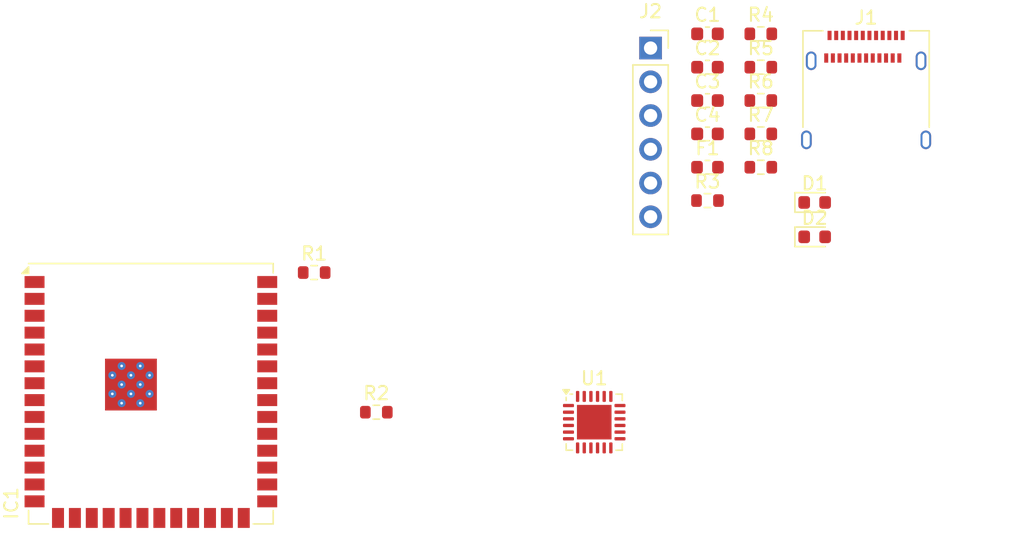
<source format=kicad_pcb>
(kicad_pcb (version 20240108) (generator "pcbnew") (generator_version "8.0")
  (layers (0 "F.Cu" signal) (31 "B.Cu" signal) (34 "B.Paste" user) (35 "F.Paste" user) (36 "B.SilkS" user "B.Silkscreen") (37 "F.SilkS" user "F.Silkscreen") (38 "B.Mask" user) (39 "F.Mask" user) (44 "Edge.Cuts" user))
  (net 0 "")
  (net 3 "GND")
  (net 4 "/en")
  (net 8 "/RX0")
  (net 26 "+3.3V")
  (net 33 "/io0")
  (net 38 "/TX0")
  (net 40 "/TXD")
  (net 41 "/RXD")
  (net 53 "+3V3")
  (net 54 "Net-(D1-K)")
  (net 55 "Net-(D1-A)")
  (net 56 "Net-(D2-A)")
  (net 57 "V_USB")
  (net 58 "/D-")
  (net 59 "/D+")
  (net 60 "/DTR")
  (net 62 "Net-(U1-~{RST})")
  (net 63 "Net-(U1-~{SUSPEND})")
  (net 64 "Net-(U1-VBUS)")
  (net 65 "/RTS")
  (net 66 "/CC1")
  (net 67 "/CC2")
  (footprint "Fuse:Fuse_0603_1608Metric" (layer "F.Cu") (at 144.58 58.56)
    (property "Reference" "F1" (at 0 -1.43 0) (layer "F.SilkS"))
    (property "Value" "5V/3A")
    (fp_line (start -0.162779 -0.51) (end 0.162779 -0.51) (stroke (width 0.12)) (layer "F.SilkS"))
    (fp_line (start -0.162779 0.51) (end 0.162779 0.51) (stroke (width 0.12)) (layer "F.SilkS"))
    (pad "1" smd roundrect (at -0.7875 0) (size 0.875 0.95) (layers "F.Cu" "F.Paste" "F.Mask") (net 57 "V_USB"))
    (pad "2" smd roundrect (at 0.7875 0) (size 0.875 0.95) (layers "F.Cu" "F.Paste" "F.Mask") (net 54 "Net-(D1-K)"))
  )
  (footprint "Diode_SMD:D_0603_1608Metric" (layer "F.Cu") (at 152.64 61.21)
    (property "Reference" "D1" (at 0 -1.43 0) (layer "F.SilkS"))
    (property "Value" "D")
    (fp_line (start -1.485 -0.735) (end -1.485 0.735) (stroke (width 0.12)) (layer "F.SilkS"))
    (fp_line (start -1.485 0.735) (end 0.8 0.735) (stroke (width 0.12)) (layer "F.SilkS"))
    (fp_line (start 0.8 -0.735) (end -1.485 -0.735) (stroke (width 0.12)) (layer "F.SilkS"))
    (pad "1" smd roundrect (at -0.7875 0) (size 0.875 0.95) (layers "F.Cu" "F.Paste" "F.Mask") (net 54 "Net-(D1-K)"))
    (pad "2" smd roundrect (at 0.7875 0) (size 0.875 0.95) (layers "F.Cu" "F.Paste" "F.Mask") (net 55 "Net-(D1-A)"))
  )
  (footprint "Resistor_SMD:R_0603_1608Metric" (layer "F.Cu") (at 148.59 53.54)
    (property "Reference" "R6" (at 0 -1.43 0) (layer "F.SilkS"))
    (property "Value" "5.1k")
    (fp_line (start -0.237258 -0.5225) (end 0.237258 -0.5225) (stroke (width 0.12)) (layer "F.SilkS"))
    (fp_line (start -0.237258 0.5225) (end 0.237258 0.5225) (stroke (width 0.12)) (layer "F.SilkS"))
    (pad "1" smd roundrect (at -0.825 0) (size 0.8 0.95) (layers "F.Cu" "F.Paste" "F.Mask") (net 67 "/CC2"))
    (pad "2" smd roundrect (at 0.825 0) (size 0.8 0.95) (layers "F.Cu" "F.Paste" "F.Mask") (net 3 "GND"))
  )
  (footprint "Capacitor_SMD:C_0603_1608Metric" (layer "F.Cu") (at 144.58 51.03)
    (property "Reference" "C2" (at 0 -1.43 0) (layer "F.SilkS"))
    (property "Value" "47uF")
    (fp_line (start -0.14058 -0.51) (end 0.14058 -0.51) (stroke (width 0.12)) (layer "F.SilkS"))
    (fp_line (start -0.14058 0.51) (end 0.14058 0.51) (stroke (width 0.12)) (layer "F.SilkS"))
    (pad "1" smd roundrect (at -0.775 0) (size 0.9 0.95) (layers "F.Cu" "F.Paste" "F.Mask") (net 53 "+3V3"))
    (pad "2" smd roundrect (at 0.775 0) (size 0.9 0.95) (layers "F.Cu" "F.Paste" "F.Mask") (net 3 "GND"))
  )
  (footprint "Capacitor_SMD:C_0603_1608Metric" (layer "F.Cu") (at 144.58 56.05)
    (property "Reference" "C4" (at 0 -1.43 0) (layer "F.SilkS"))
    (property "Value" ".1uF")
    (fp_line (start -0.14058 -0.51) (end 0.14058 -0.51) (stroke (width 0.12)) (layer "F.SilkS"))
    (fp_line (start -0.14058 0.51) (end 0.14058 0.51) (stroke (width 0.12)) (layer "F.SilkS"))
    (pad "1" smd roundrect (at -0.775 0) (size 0.9 0.95) (layers "F.Cu" "F.Paste" "F.Mask") (net 40 "/TXD"))
    (pad "2" smd roundrect (at 0.775 0) (size 0.9 0.95) (layers "F.Cu" "F.Paste" "F.Mask") (net 3 "GND"))
  )
  (footprint "Resistor_SMD:R_0603_1608Metric" (layer "F.Cu") (at 148.59 48.52)
    (property "Reference" "R4" (at 0 -1.43 0) (layer "F.SilkS"))
    (property "Value" "1k")
    (fp_line (start -0.237258 -0.5225) (end 0.237258 -0.5225) (stroke (width 0.12)) (layer "F.SilkS"))
    (fp_line (start -0.237258 0.5225) (end 0.237258 0.5225) (stroke (width 0.12)) (layer "F.SilkS"))
    (pad "1" smd roundrect (at -0.825 0) (size 0.8 0.95) (layers "F.Cu" "F.Paste" "F.Mask") (net 63 "Net-(U1-~{SUSPEND})"))
    (pad "2" smd roundrect (at 0.825 0) (size 0.8 0.95) (layers "F.Cu" "F.Paste" "F.Mask") (net 3 "GND"))
  )
  (footprint "Capacitor_SMD:C_0603_1608Metric" (layer "F.Cu") (at 144.58 48.52)
    (property "Reference" "C1" (at 0 -1.43 0) (layer "F.SilkS"))
    (property "Value" ".1uF")
    (fp_line (start -0.14058 -0.51) (end 0.14058 -0.51) (stroke (width 0.12)) (layer "F.SilkS"))
    (fp_line (start -0.14058 0.51) (end 0.14058 0.51) (stroke (width 0.12)) (layer "F.SilkS"))
    (pad "1" smd roundrect (at -0.775 0) (size 0.9 0.95) (layers "F.Cu" "F.Paste" "F.Mask") (net 53 "+3V3"))
    (pad "2" smd roundrect (at 0.775 0) (size 0.9 0.95) (layers "F.Cu" "F.Paste" "F.Mask") (net 3 "GND"))
  )
  (footprint "Resistor_SMD:R_0603_1608Metric" (layer "F.Cu") (at 148.59 51.03)
    (property "Reference" "R5" (at 0 -1.43 0) (layer "F.SilkS"))
    (property "Value" "5.1k")
    (fp_line (start -0.237258 -0.5225) (end 0.237258 -0.5225) (stroke (width 0.12)) (layer "F.SilkS"))
    (fp_line (start -0.237258 0.5225) (end 0.237258 0.5225) (stroke (width 0.12)) (layer "F.SilkS"))
    (pad "1" smd roundrect (at -0.825 0) (size 0.8 0.95) (layers "F.Cu" "F.Paste" "F.Mask") (net 66 "/CC1"))
    (pad "2" smd roundrect (at 0.825 0) (size 0.8 0.95) (layers "F.Cu" "F.Paste" "F.Mask") (net 3 "GND"))
  )
  (footprint "Connector_PinSocket_2.54mm:PinSocket_1x06_P2.54mm_Vertical" (layer "F.Cu") (at 140.3 49.59)
    (property "Reference" "J2" (at 0 -2.77 0) (layer "F.SilkS"))
    (property "Value" "Conn_01x06_Pin")
    (fp_line (start -1.33 1.27) (end -1.33 14.03) (stroke (width 0.12)) (layer "F.SilkS"))
    (fp_line (start -1.33 1.27) (end 1.33 1.27) (stroke (width 0.12)) (layer "F.SilkS"))
    (fp_line (start -1.33 14.03) (end 1.33 14.03) (stroke (width 0.12)) (layer "F.SilkS"))
    (fp_line (start 0 -1.33) (end 1.33 -1.33) (stroke (width 0.12)) (layer "F.SilkS"))
    (fp_line (start 1.33 -1.33) (end 1.33 0) (stroke (width 0.12)) (layer "F.SilkS"))
    (fp_line (start 1.33 1.27) (end 1.33 14.03) (stroke (width 0.12)) (layer "F.SilkS"))
    (pad "1" thru_hole rect (at 0 0) (size 1.7 1.7) (drill 1) (layers "*.Cu" "*.Mask") (net 3 "GND"))
    (pad "2" thru_hole oval (at 0 2.54) (size 1.7 1.7) (drill 1) (layers "*.Cu" "*.Mask"))
    (pad "3" thru_hole oval (at 0 5.08) (size 1.7 1.7) (drill 1) (layers "*.Cu" "*.Mask") (net 56 "Net-(D2-A)"))
    (pad "4" thru_hole oval (at 0 7.62) (size 1.7 1.7) (drill 1) (layers "*.Cu" "*.Mask") (net 38 "/TX0"))
    (pad "5" thru_hole oval (at 0 10.16) (size 1.7 1.7) (drill 1) (layers "*.Cu" "*.Mask") (net 8 "/RX0"))
    (pad "6" thru_hole oval (at 0 12.7) (size 1.7 1.7) (drill 1) (layers "*.Cu" "*.Mask") (net 60 "/DTR"))
  )
  (footprint "Resistor_SMD:R_0603_1608Metric" (layer "F.Cu") (at 148.59 56.05)
    (property "Reference" "R7" (at 0 -1.43 0) (layer "F.SilkS"))
    (property "Value" "47.5k")
    (fp_line (start -0.237258 -0.5225) (end 0.237258 -0.5225) (stroke (width 0.12)) (layer "F.SilkS"))
    (fp_line (start -0.237258 0.5225) (end 0.237258 0.5225) (stroke (width 0.12)) (layer "F.SilkS"))
    (pad "1" smd roundrect (at -0.825 0) (size 0.8 0.95) (layers "F.Cu" "F.Paste" "F.Mask") (net 57 "V_USB"))
    (pad "2" smd roundrect (at 0.825 0) (size 0.8 0.95) (layers "F.Cu" "F.Paste" "F.Mask") (net 64 "Net-(U1-VBUS)"))
  )
  (footprint "Resistor_SMD:R_0603_1608Metric" (layer "F.Cu") (at 119.675 77)
    (property "Reference" "R2" (at 0 -1.43 0) (layer "F.SilkS"))
    (property "Value" "0")
    (fp_line (start -0.237258 -0.5225) (end 0.237258 -0.5225) (stroke (width 0.12)) (layer "F.SilkS"))
    (fp_line (start -0.237258 0.5225) (end 0.237258 0.5225) (stroke (width 0.12)) (layer "F.SilkS"))
    (pad "1" smd roundrect (at -0.825 0) (size 0.8 0.95) (layers "F.Cu" "F.Paste" "F.Mask") (net 38 "/TX0"))
    (pad "2" smd roundrect (at 0.825 0) (size 0.8 0.95) (layers "F.Cu" "F.Paste" "F.Mask") (net 41 "/RXD"))
  )
  (footprint "Package_DFN_QFN:QFN-24-1EP_4x4mm_P0.5mm_EP2.6x2.6mm" (layer "F.Cu") (at 136.0625 77.75)
    (property "Reference" "U1" (at 0 -3.3 0) (layer "F.SilkS"))
    (property "Value" "CP2102N-Axx-xQFN24")
    (fp_line (start -2.11 -1.635) (end -2.11 -1.87) (stroke (width 0.12)) (layer "F.SilkS"))
    (fp_line (start -2.11 2.11) (end -2.11 1.635) (stroke (width 0.12)) (layer "F.SilkS"))
    (fp_line (start -1.635 -2.11) (end -1.81 -2.11) (stroke (width 0.12)) (layer "F.SilkS"))
    (fp_line (start -1.635 2.11) (end -2.11 2.11) (stroke (width 0.12)) (layer "F.SilkS"))
    (fp_line (start 1.635 -2.11) (end 2.11 -2.11) (stroke (width 0.12)) (layer "F.SilkS"))
    (fp_line (start 1.635 2.11) (end 2.11 2.11) (stroke (width 0.12)) (layer "F.SilkS"))
    (fp_line (start 2.11 -2.11) (end 2.11 -1.635) (stroke (width 0.12)) (layer "F.SilkS"))
    (fp_line (start 2.11 2.11) (end 2.11 1.635) (stroke (width 0.12)) (layer "F.SilkS"))
    (fp_poly (pts (xy -2.11 -2.11) (xy -2.35 -2.44) (xy -1.87 -2.44) (xy -2.11 -2.11)) (stroke (width 0.12)) (fill solid) (layer "F.SilkS"))
    (pad "1" smd roundrect (at -1.9375 -1.25) (size 0.825 0.25) (layers "F.Cu" "F.Paste" "F.Mask"))
    (pad "2" smd roundrect (at -1.9375 -0.75) (size 0.825 0.25) (layers "F.Cu" "F.Paste" "F.Mask") (net 3 "GND"))
    (pad "3" smd roundrect (at -1.9375 -0.25) (size 0.825 0.25) (layers "F.Cu" "F.Paste" "F.Mask") (net 59 "/D+"))
    (pad "4" smd roundrect (at -1.9375 0.25) (size 0.825 0.25) (layers "F.Cu" "F.Paste" "F.Mask") (net 58 "/D-"))
    (pad "5" smd roundrect (at -1.9375 0.75) (size 0.825 0.25) (layers "F.Cu" "F.Paste" "F.Mask") (net 53 "+3V3"))
    (pad "6" smd roundrect (at -1.9375 1.25) (size 0.825 0.25) (layers "F.Cu" "F.Paste" "F.Mask") (net 53 "+3V3"))
    (pad "7" smd roundrect (at -1.25 1.9375) (size 0.25 0.825) (layers "F.Cu" "F.Paste" "F.Mask") (net 53 "+3V3"))
    (pad "8" smd roundrect (at -0.75 1.9375) (size 0.25 0.825) (layers "F.Cu" "F.Paste" "F.Mask") (net 64 "Net-(U1-VBUS)"))
    (pad "9" smd roundrect (at -0.25 1.9375) (size 0.25 0.825) (layers "F.Cu" "F.Paste" "F.Mask") (net 62 "Net-(U1-~{RST})"))
    (pad "10" smd roundrect (at 0.25 1.9375) (size 0.25 0.825) (layers "F.Cu" "F.Paste" "F.Mask"))
    (pad "11" smd roundrect (at 0.75 1.9375) (size 0.25 0.825) (layers "F.Cu" "F.Paste" "F.Mask"))
    (pad "12" smd roundrect (at 1.25 1.9375) (size 0.25 0.825) (layers "F.Cu" "F.Paste" "F.Mask"))
    (pad "13" smd roundrect (at 1.9375 1.25) (size 0.825 0.25) (layers "F.Cu" "F.Paste" "F.Mask"))
    (pad "14" smd roundrect (at 1.9375 0.75) (size 0.825 0.25) (layers "F.Cu" "F.Paste" "F.Mask"))
    (pad "15" smd roundrect (at 1.9375 0.25) (size 0.825 0.25) (layers "F.Cu" "F.Paste" "F.Mask") (net 63 "Net-(U1-~{SUSPEND})"))
    (pad "16" smd roundrect (at 1.9375 -0.25) (size 0.825 0.25) (layers "F.Cu" "F.Paste" "F.Mask"))
    (pad "17" smd roundrect (at 1.9375 -0.75) (size 0.825 0.25) (layers "F.Cu" "F.Paste" "F.Mask"))
    (pad "18" smd roundrect (at 1.9375 -1.25) (size 0.825 0.25) (layers "F.Cu" "F.Paste" "F.Mask"))
    (pad "19" smd roundrect (at 1.25 -1.9375) (size 0.25 0.825) (layers "F.Cu" "F.Paste" "F.Mask") (net 65 "/RTS"))
    (pad "20" smd roundrect (at 0.75 -1.9375) (size 0.25 0.825) (layers "F.Cu" "F.Paste" "F.Mask") (net 41 "/RXD"))
    (pad "21" smd roundrect (at 0.25 -1.9375) (size 0.25 0.825) (layers "F.Cu" "F.Paste" "F.Mask") (net 40 "/TXD"))
    (pad "22" smd roundrect (at -0.25 -1.9375) (size 0.25 0.825) (layers "F.Cu" "F.Paste" "F.Mask"))
    (pad "23" smd roundrect (at -0.75 -1.9375) (size 0.25 0.825) (layers "F.Cu" "F.Paste" "F.Mask") (net 60 "/DTR"))
    (pad "24" smd roundrect (at -1.25 -1.9375) (size 0.25 0.825) (layers "F.Cu" "F.Paste" "F.Mask"))
    (pad "25" smd rect (at 0 0) (size 2.6 2.6) (property pad_prop_heatsink) (layers "F.Cu" "F.Mask") (net 3 "GND"))
  )
  (footprint "Resistor_SMD:R_0603_1608Metric" (layer "F.Cu") (at 148.59 58.56)
    (property "Reference" "R8" (at 0 -1.43 0) (layer "F.SilkS"))
    (property "Value" "22.1k")
    (fp_line (start -0.237258 -0.5225) (end 0.237258 -0.5225) (stroke (width 0.12)) (layer "F.SilkS"))
    (fp_line (start -0.237258 0.5225) (end 0.237258 0.5225) (stroke (width 0.12)) (layer "F.SilkS"))
    (pad "1" smd roundrect (at -0.825 0) (size 0.8 0.95) (layers "F.Cu" "F.Paste" "F.Mask") (net 64 "Net-(U1-VBUS)"))
    (pad "2" smd roundrect (at 0.825 0) (size 0.8 0.95) (layers "F.Cu" "F.Paste" "F.Mask") (net 3 "GND"))
  )
  (footprint "Capacitor_SMD:C_0603_1608Metric" (layer "F.Cu") (at 144.58 53.54)
    (property "Reference" "C3" (at 0 -1.43 0) (layer "F.SilkS"))
    (property "Value" ".1uF")
    (fp_line (start -0.14058 -0.51) (end 0.14058 -0.51) (stroke (width 0.12)) (layer "F.SilkS"))
    (fp_line (start -0.14058 0.51) (end 0.14058 0.51) (stroke (width 0.12)) (layer "F.SilkS"))
    (pad "1" smd roundrect (at -0.775 0) (size 0.9 0.95) (layers "F.Cu" "F.Paste" "F.Mask") (net 38 "/TX0"))
    (pad "2" smd roundrect (at 0.775 0) (size 0.9 0.95) (layers "F.Cu" "F.Paste" "F.Mask") (net 3 "GND"))
  )
  (footprint "Resistor_SMD:R_0603_1608Metric" (layer "F.Cu") (at 115 66.49)
    (property "Reference" "R1" (at 0 -1.43 0) (layer "F.SilkS"))
    (property "Value" "0")
    (fp_line (start -0.237258 -0.5225) (end 0.237258 -0.5225) (stroke (width 0.12)) (layer "F.SilkS"))
    (fp_line (start -0.237258 0.5225) (end 0.237258 0.5225) (stroke (width 0.12)) (layer "F.SilkS"))
    (pad "1" smd roundrect (at -0.825 0) (size 0.8 0.95) (layers "F.Cu" "F.Paste" "F.Mask") (net 8 "/RX0"))
    (pad "2" smd roundrect (at 0.825 0) (size 0.8 0.95) (layers "F.Cu" "F.Paste" "F.Mask") (net 40 "/TXD"))
  )
  (footprint "RF_Module:ESP32-S3-WROOM-1U" (layer "F.Cu") (at 102.72 75.61)
    (property "Reference" "IC1" (at -10.5 8.25 90) (layer "F.SilkS"))
    (property "Value" "ESP32-S3-WROOM-1U-N16")
    (fp_line (start -9.2 -9.8) (end 9.2 -9.8) (stroke (width 0.12)) (layer "F.SilkS"))
    (fp_line (start -9.2 8.8) (end -9.2 9.8) (stroke (width 0.12)) (layer "F.SilkS"))
    (fp_line (start -9.2 9.8) (end -7.7 9.8) (stroke (width 0.12)) (layer "F.SilkS"))
    (fp_line (start 9.2 -9.8) (end 9.2 -9.1) (stroke (width 0.12)) (layer "F.SilkS"))
    (fp_line (start 9.2 9.8) (end 7.7 9.8) (stroke (width 0.12)) (layer "F.SilkS"))
    (fp_line (start 9.2 9.8) (end 9.2 8.8) (stroke (width 0.12)) (layer "F.SilkS"))
    (fp_poly (pts (xy -9.2 -9.05) (xy -9.7 -9.05) (xy -9.2 -9.55) (xy -9.2 -9.05)) (stroke (width 0.12)) (fill solid) (layer "F.SilkS"))
    (pad "1" smd rect (at -8.75 -8.41) (size 1.5 0.9) (layers "F.Cu" "F.Paste" "F.Mask") (net 3 "GND"))
    (pad "2" smd rect (at -8.75 -7.14) (size 1.5 0.9) (layers "F.Cu" "F.Paste" "F.Mask") (net 26 "+3.3V"))
    (pad "3" smd rect (at -8.75 -5.87) (size 1.5 0.9) (layers "F.Cu" "F.Paste" "F.Mask") (net 4 "/en"))
    (pad "4" smd rect (at -8.75 -4.6) (size 1.5 0.9) (layers "F.Cu" "F.Paste" "F.Mask"))
    (pad "5" smd rect (at -8.75 -3.33) (size 1.5 0.9) (layers "F.Cu" "F.Paste" "F.Mask"))
    (pad "6" smd rect (at -8.75 -2.06) (size 1.5 0.9) (layers "F.Cu" "F.Paste" "F.Mask"))
    (pad "7" smd rect (at -8.75 -0.79) (size 1.5 0.9) (layers "F.Cu" "F.Paste" "F.Mask"))
    (pad "8" smd rect (at -8.75 0.48) (size 1.5 0.9) (layers "F.Cu" "F.Paste" "F.Mask"))
    (pad "9" smd rect (at -8.75 1.75) (size 1.5 0.9) (layers "F.Cu" "F.Paste" "F.Mask"))
    (pad "10" smd rect (at -8.75 3.02) (size 1.5 0.9) (layers "F.Cu" "F.Paste" "F.Mask"))
    (pad "11" smd rect (at -8.75 4.29) (size 1.5 0.9) (layers "F.Cu" "F.Paste" "F.Mask"))
    (pad "12" smd rect (at -8.75 5.56) (size 1.5 0.9) (layers "F.Cu" "F.Paste" "F.Mask"))
    (pad "13" smd rect (at -8.75 6.83) (size 1.5 0.9) (layers "F.Cu" "F.Paste" "F.Mask"))
    (pad "14" smd rect (at -8.75 8.1 180) (size 1.5 0.9) (layers "F.Cu" "F.Paste" "F.Mask"))
    (pad "15" smd rect (at -6.985 9.35 270) (size 1.5 0.9) (layers "F.Cu" "F.Paste" "F.Mask"))
    (pad "16" smd rect (at -5.715 9.35 270) (size 1.5 0.9) (layers "F.Cu" "F.Paste" "F.Mask"))
    (pad "17" smd rect (at -4.445 9.35 270) (size 1.5 0.9) (layers "F.Cu" "F.Paste" "F.Mask"))
    (pad "18" smd rect (at -3.175 9.35 270) (size 1.5 0.9) (layers "F.Cu" "F.Paste" "F.Mask"))
    (pad "19" smd rect (at -1.905 9.35 270) (size 1.5 0.9) (layers "F.Cu" "F.Paste" "F.Mask"))
    (pad "20" smd rect (at -0.635 9.35 270) (size 1.5 0.9) (layers "F.Cu" "F.Paste" "F.Mask"))
    (pad "21" smd rect (at 0.635 9.35 270) (size 1.5 0.9) (layers "F.Cu" "F.Paste" "F.Mask"))
    (pad "22" smd rect (at 1.905 9.35 270) (size 1.5 0.9) (layers "F.Cu" "F.Paste" "F.Mask"))
    (pad "23" smd rect (at 3.175 9.35 270) (size 1.5 0.9) (layers "F.Cu" "F.Paste" "F.Mask"))
    (pad "24" smd rect (at 4.445 9.35 270) (size 1.5 0.9) (layers "F.Cu" "F.Paste" "F.Mask"))
    (pad "25" smd rect (at 5.715 9.35 270) (size 1.5 0.9) (layers "F.Cu" "F.Paste" "F.Mask"))
    (pad "26" smd rect (at 6.985 9.35 270) (size 1.5 0.9) (layers "F.Cu" "F.Paste" "F.Mask"))
    (pad "27" smd rect (at 8.75 8.1) (size 1.5 0.9) (layers "F.Cu" "F.Paste" "F.Mask") (net 33 "/io0"))
    (pad "28" smd rect (at 8.75 6.83) (size 1.5 0.9) (layers "F.Cu" "F.Paste" "F.Mask"))
    (pad "29" smd rect (at 8.75 5.56) (size 1.5 0.9) (layers "F.Cu" "F.Paste" "F.Mask"))
    (pad "30" smd rect (at 8.75 4.29) (size 1.5 0.9) (layers "F.Cu" "F.Paste" "F.Mask"))
    (pad "31" smd rect (at 8.75 3.02) (size 1.5 0.9) (layers "F.Cu" "F.Paste" "F.Mask"))
    (pad "32" smd rect (at 8.75 1.75) (size 1.5 0.9) (layers "F.Cu" "F.Paste" "F.Mask"))
    (pad "33" smd rect (at 8.75 0.48) (size 1.5 0.9) (layers "F.Cu" "F.Paste" "F.Mask"))
    (pad "34" smd rect (at 8.75 -0.79) (size 1.5 0.9) (layers "F.Cu" "F.Paste" "F.Mask"))
    (pad "35" smd rect (at 8.75 -2.06) (size 1.5 0.9) (layers "F.Cu" "F.Paste" "F.Mask"))
    (pad "36" smd rect (at 8.75 -3.33) (size 1.5 0.9) (layers "F.Cu" "F.Paste" "F.Mask") (net 8 "/RX0"))
    (pad "37" smd rect (at 8.75 -4.6) (size 1.5 0.9) (layers "F.Cu" "F.Paste" "F.Mask") (net 38 "/TX0"))
    (pad "38" smd rect (at 8.75 -5.87) (size 1.5 0.9) (layers "F.Cu" "F.Paste" "F.Mask"))
    (pad "39" smd rect (at 8.75 -7.14) (size 1.5 0.9) (layers "F.Cu" "F.Paste" "F.Mask"))
    (pad "40" smd rect (at 8.75 -8.41) (size 1.5 0.9) (layers "F.Cu" "F.Paste" "F.Mask") (net 3 "GND"))
    (pad "41" thru_hole circle (at -2.9 -1.39) (size 0.6 0.6) (drill 0.2) (property pad_prop_heatsink) (layers "*.Cu" "F.Mask") (net 3 "GND"))
    (pad "41" thru_hole circle (at -2.9 0.01) (size 0.6 0.6) (drill 0.2) (property pad_prop_heatsink) (layers "*.Cu" "F.Mask") (net 3 "GND"))
    (pad "41" thru_hole circle (at -2.2 -2.09) (size 0.6 0.6) (drill 0.2) (property pad_prop_heatsink) (layers "*.Cu" "F.Mask") (net 3 "GND"))
    (pad "41" thru_hole circle (at -2.2 -0.69) (size 0.6 0.6) (drill 0.2) (property pad_prop_heatsink) (layers "*.Cu" "F.Mask") (net 3 "GND"))
    (pad "41" thru_hole circle (at -2.2 0.71) (size 0.6 0.6) (drill 0.2) (property pad_prop_heatsink) (layers "*.Cu" "F.Mask") (net 3 "GND"))
    (pad "41" thru_hole circle (at -1.5 -1.39) (size 0.6 0.6) (drill 0.2) (property pad_prop_heatsink) (layers "*.Cu" "F.Mask") (net 3 "GND"))
    (pad "41" smd rect (at -1.5 -0.69) (size 3.9 3.9) (layers "F.Cu" "F.Mask") (net 3 "GND"))
    (pad "41" thru_hole circle (at -1.5 0.01) (size 0.6 0.6) (drill 0.2) (property pad_prop_heatsink) (layers "*.Cu" "F.Mask") (net 3 "GND"))
    (pad "41" thru_hole circle (at -0.8 -2.09) (size 0.6 0.6) (drill 0.2) (property pad_prop_heatsink) (layers "*.Cu" "F.Mask") (net 3 "GND"))
    (pad "41" thru_hole circle (at -0.8 -0.69) (size 0.6 0.6) (drill 0.2) (property pad_prop_heatsink) (layers "*.Cu" "F.Mask") (net 3 "GND"))
    (pad "41" thru_hole circle (at -0.8 0.71) (size 0.6 0.6) (drill 0.2) (property pad_prop_heatsink) (layers "*.Cu" "F.Mask") (net 3 "GND"))
    (pad "41" thru_hole circle (at -0.1 -1.39) (size 0.6 0.6) (drill 0.2) (property pad_prop_heatsink) (layers "*.Cu" "F.Mask") (net 3 "GND"))
    (pad "41" thru_hole circle (at -0.1 0.01) (size 0.6 0.6) (drill 0.2) (property pad_prop_heatsink) (layers "*.Cu" "F.Mask") (net 3 "GND"))
  )
  (footprint "Connector_USB:USB_C_Receptacle_Amphenol_12401610E4-2A" (layer "F.Cu") (at 156.51 53.66)
    (property "Reference" "J1" (at 0 -6.36 0) (layer "F.SilkS"))
    (property "Value" "USB_C_Receptacle_USB2.0_14P")
    (fp_line (start -4.75 -5.37) (end -4.75 1.89) (stroke (width 0.12)) (layer "F.SilkS"))
    (fp_line (start -4.75 -5.37) (end -3.25 -5.37) (stroke (width 0.12)) (layer "F.SilkS"))
    (fp_line (start 3.25 -5.37) (end 4.75 -5.37) (stroke (width 0.12)) (layer "F.SilkS"))
    (fp_line (start 4.75 -5.37) (end 4.75 1.89) (stroke (width 0.12)) (layer "F.SilkS"))
    (pad "" np_thru_hole circle (at -3.6 -4.36) (size 0.65 0.65) (drill 0.65) (layers "*.Cu" "*.Mask"))
    (pad "" np_thru_hole oval (at 3.6 -4.36) (size 0.95 0.65) (drill oval 0.95 0.65) (layers "*.Cu" "*.Mask"))
    (pad "A1" smd rect (at -2.75 -5.02) (size 0.3 0.7) (layers "F.Cu" "F.Paste" "F.Mask") (net 3 "GND"))
    (pad "A2" smd rect (at -2.25 -5.02) (size 0.3 0.7) (layers "F.Cu" "F.Paste" "F.Mask"))
    (pad "A3" smd rect (at -1.75 -5.02) (size 0.3 0.7) (layers "F.Cu" "F.Paste" "F.Mask"))
    (pad "A4" smd rect (at -1.25 -5.02) (size 0.3 0.7) (layers "F.Cu" "F.Paste" "F.Mask") (net 55 "Net-(D1-A)"))
    (pad "A5" smd rect (at -0.75 -5.02) (size 0.3 0.7) (layers "F.Cu" "F.Paste" "F.Mask") (net 66 "/CC1"))
    (pad "A6" smd rect (at -0.25 -5.02) (size 0.3 0.7) (layers "F.Cu" "F.Paste" "F.Mask") (net 58 "/D-"))
    (pad "A7" smd rect (at 0.25 -5.02) (size 0.3 0.7) (layers "F.Cu" "F.Paste" "F.Mask") (net 59 "/D+"))
    (pad "A8" smd rect (at 0.75 -5.02) (size 0.3 0.7) (layers "F.Cu" "F.Paste" "F.Mask"))
    (pad "A9" smd rect (at 1.25 -5.02) (size 0.3 0.7) (layers "F.Cu" "F.Paste" "F.Mask") (net 55 "Net-(D1-A)"))
    (pad "A10" smd rect (at 1.75 -5.02) (size 0.3 0.7) (layers "F.Cu" "F.Paste" "F.Mask"))
    (pad "A11" smd rect (at 2.25 -5.02) (size 0.3 0.7) (layers "F.Cu" "F.Paste" "F.Mask"))
    (pad "A12" smd rect (at 2.75 -5.02) (size 0.3 0.7) (layers "F.Cu" "F.Paste" "F.Mask") (net 3 "GND"))
    (pad "B1" smd rect (at 2.5 -3.32) (size 0.3 0.7) (layers "F.Cu" "F.Paste" "F.Mask") (net 3 "GND"))
    (pad "B2" smd rect (at 2 -3.32) (size 0.3 0.7) (layers "F.Cu" "F.Paste" "F.Mask"))
    (pad "B3" smd rect (at 1.5 -3.32) (size 0.3 0.7) (layers "F.Cu" "F.Paste" "F.Mask"))
    (pad "B4" smd rect (at 1 -3.32) (size 0.3 0.7) (layers "F.Cu" "F.Paste" "F.Mask") (net 55 "Net-(D1-A)"))
    (pad "B5" smd rect (at 0.5 -3.32) (size 0.3 0.7) (layers "F.Cu" "F.Paste" "F.Mask") (net 67 "/CC2"))
    (pad "B6" smd rect (at 0 -3.32) (size 0.3 0.7) (layers "F.Cu" "F.Paste" "F.Mask") (net 58 "/D-"))
    (pad "B7" smd rect (at -0.5 -3.32) (size 0.3 0.7) (layers "F.Cu" "F.Paste" "F.Mask") (net 59 "/D+"))
    (pad "B8" smd rect (at -1 -3.32) (size 0.3 0.7) (layers "F.Cu" "F.Paste" "F.Mask"))
    (pad "B9" smd rect (at -1.5 -3.32) (size 0.3 0.7) (layers "F.Cu" "F.Paste" "F.Mask") (net 55 "Net-(D1-A)"))
    (pad "B10" smd rect (at -2 -3.32) (size 0.3 0.7) (layers "F.Cu" "F.Paste" "F.Mask"))
    (pad "B11" smd rect (at -2.5 -3.32) (size 0.3 0.7) (layers "F.Cu" "F.Paste" "F.Mask"))
    (pad "B12" smd rect (at -3 -3.32) (size 0.3 0.7) (layers "F.Cu" "F.Paste" "F.Mask") (net 3 "GND"))
    (pad "S1" thru_hole oval (at -4.49 2.84) (size 0.8 1.4) (drill oval 0.5 1.1) (layers "*.Cu" "*.Mask") (net 3 "GND"))
    (pad "S1" thru_hole oval (at -4.13 -3.11) (size 0.8 1.4) (drill oval 0.5 1.1) (layers "*.Cu" "*.Mask") (net 3 "GND"))
    (pad "S1" thru_hole oval (at 4.13 -3.11) (size 0.8 1.4) (drill oval 0.5 1.1) (layers "*.Cu" "*.Mask") (net 3 "GND"))
    (pad "S1" thru_hole oval (at 4.49 2.84) (size 0.8 1.4) (drill oval 0.5 1.1) (layers "*.Cu" "*.Mask") (net 3 "GND"))
  )
  (footprint "Resistor_SMD:R_0603_1608Metric" (layer "F.Cu") (at 144.58 61.07)
    (property "Reference" "R3" (at 0 -1.43 0) (layer "F.SilkS"))
    (property "Value" "1k")
    (fp_line (start -0.237258 -0.5225) (end 0.237258 -0.5225) (stroke (width 0.12)) (layer "F.SilkS"))
    (fp_line (start -0.237258 0.5225) (end 0.237258 0.5225) (stroke (width 0.12)) (layer "F.SilkS"))
    (pad "1" smd roundrect (at -0.825 0) (size 0.8 0.95) (layers "F.Cu" "F.Paste" "F.Mask") (net 62 "Net-(U1-~{RST})"))
    (pad "2" smd roundrect (at 0.825 0) (size 0.8 0.95) (layers "F.Cu" "F.Paste" "F.Mask") (net 53 "+3V3"))
  )
  (footprint "Diode_SMD:D_0603_1608Metric" (layer "F.Cu") (at 152.64 63.8)
    (property "Reference" "D2" (at 0 -1.43 0) (layer "F.SilkS"))
    (property "Value" "D")
    (fp_line (start -1.485 -0.735) (end -1.485 0.735) (stroke (width 0.12)) (layer "F.SilkS"))
    (fp_line (start -1.485 0.735) (end 0.8 0.735) (stroke (width 0.12)) (layer "F.SilkS"))
    (fp_line (start 0.8 -0.735) (end -1.485 -0.735) (stroke (width 0.12)) (layer "F.SilkS"))
    (pad "1" smd roundrect (at -0.7875 0) (size 0.875 0.95) (layers "F.Cu" "F.Paste" "F.Mask") (net 26 "+3.3V"))
    (pad "2" smd roundrect (at 0.7875 0) (size 0.875 0.95) (layers "F.Cu" "F.Paste" "F.Mask") (net 56 "Net-(D2-A)"))
  )
)
</source>
